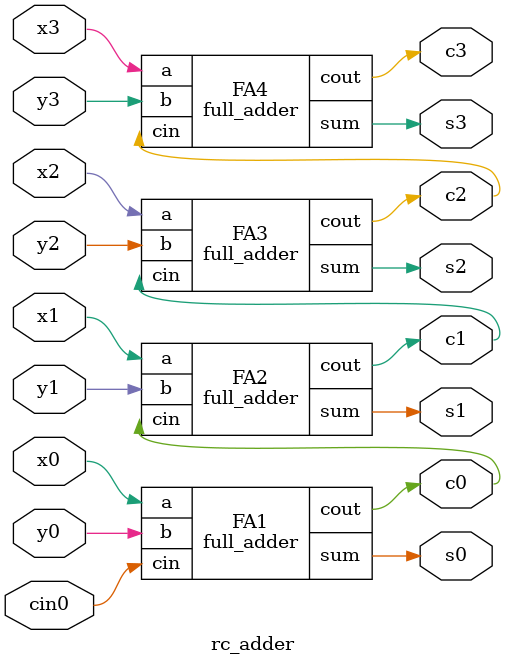
<source format=v>

module full_adder(a,b,cin,sum,cout);
input a,b,cin;
output sum,cout;
assign sum=a^b^cin;
assign cout=(a&b)|(b&cin)|(cin&a);
endmodule

module rc_adder(x3,x2,x1,x0,y3,y2,y1,y0,cin0,s3,s2,s1,s0,c3,c2,c1,c0);
input x3,x2,x1,x0,y3,y2,y1,y0,cin0;
output s3,s2,s1,s0,c3,c2,c1,c0;
full_adder FA1(.a(x0),.b(y0),.cin(cin0),.sum(s0),.cout(c0));
full_adder FA2(.a(x1),.b(y1),.cin(c0),.sum(s1),.cout(c1));
full_adder FA3(.a(x2),.b(y2),.cin(c1),.sum(s2),.cout(c2));
full_adder FA4(.a(x3),.b(y3),.cin(c2),.sum(s3),.cout(c3));
endmodule

</source>
